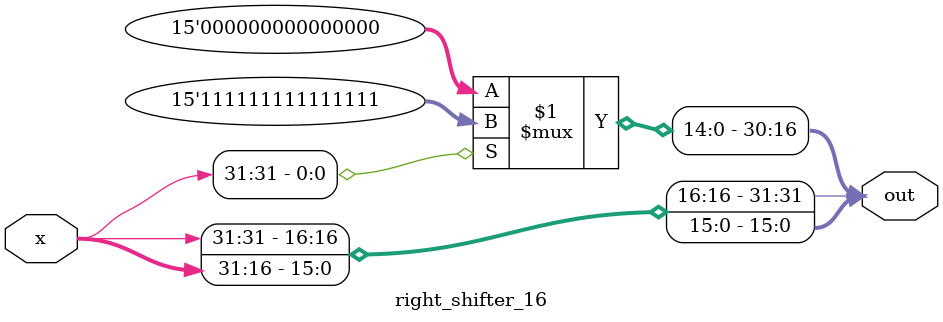
<source format=v>
module right_shifter_16(x, out);
    input [31:0] x;
    output [31:0] out;

    assign out[15:0] = x[31:16];
    assign out[30:16] = x[31] ? 15'b111111111111111 : 15'b0;
    assign out[31] = x[31];

endmodule
</source>
